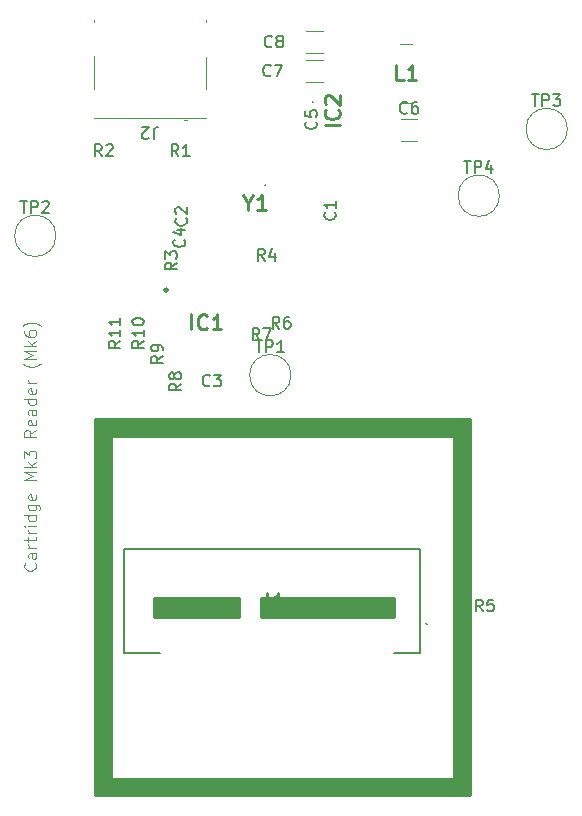
<source format=gbr>
%TF.GenerationSoftware,KiCad,Pcbnew,8.0.8*%
%TF.CreationDate,2025-07-23T18:15:36+02:00*%
%TF.ProjectId,CartridgeMk3ReaderMk6,43617274-7269-4646-9765-4d6b33526561,rev?*%
%TF.SameCoordinates,PX30a32c0PY5466720*%
%TF.FileFunction,Legend,Top*%
%TF.FilePolarity,Positive*%
%FSLAX46Y46*%
G04 Gerber Fmt 4.6, Leading zero omitted, Abs format (unit mm)*
G04 Created by KiCad (PCBNEW 8.0.8) date 2025-07-23 18:15:36*
%MOMM*%
%LPD*%
G01*
G04 APERTURE LIST*
%ADD10C,0.249999*%
%ADD11C,0.024999*%
%ADD12C,0.000000*%
%ADD13C,0.100000*%
%ADD14C,0.150000*%
%ADD15C,0.254000*%
%ADD16C,0.120000*%
%ADD17C,0.250000*%
%ADD18C,0.200000*%
G04 APERTURE END LIST*
D10*
X20800221Y18599998D02*
X13600201Y18599998D01*
D11*
X33900220Y18599998D02*
X22700221Y18599998D01*
X22700221Y20199999D01*
X33900220Y20199999D01*
X33900220Y18599998D01*
G36*
X33900220Y18599998D02*
G01*
X22700221Y18599998D01*
X22700221Y20199999D01*
X33900220Y20199999D01*
X33900220Y18599998D01*
G37*
D10*
X33900220Y20199999D02*
X33900220Y18599998D01*
X20800221Y20199999D02*
X13600201Y20199999D01*
X22700221Y18599998D02*
X22700221Y20199999D01*
X10000001Y33899998D02*
X10000001Y4900001D01*
X8600001Y3500000D02*
X8600001Y35299998D01*
X40399998Y35299998D02*
X40399998Y3500000D01*
X10000001Y4900001D02*
X38999997Y4900001D01*
X38999997Y4900001D02*
X38999997Y33899998D01*
D11*
X20800221Y18599998D02*
X13600201Y18599998D01*
X13600201Y20199999D01*
X20800221Y20199999D01*
X20800221Y18599998D01*
G36*
X20800221Y18599998D02*
G01*
X13600201Y18599998D01*
X13600201Y20199999D01*
X20800221Y20199999D01*
X20800221Y18599998D01*
G37*
D12*
G36*
X33900220Y18599998D02*
G01*
X22700221Y18599998D01*
X22700221Y20199999D01*
X33900220Y20199999D01*
X33900220Y18599998D01*
G37*
D10*
X40399998Y3500000D02*
X8600001Y3500000D01*
X13600201Y18599998D02*
X13600201Y20199999D01*
X38999997Y33899998D02*
X10000001Y33899998D01*
X33900220Y20199999D02*
X22700221Y20199999D01*
D12*
G36*
X20800221Y18599998D02*
G01*
X13600201Y18599998D01*
X13600201Y20199999D01*
X20800221Y20199999D01*
X20800221Y18599998D01*
G37*
D10*
X20800221Y20199999D02*
X20800221Y18599998D01*
X8600001Y35299998D02*
X40399998Y35299998D01*
X33900220Y18599998D02*
X22700221Y18599998D01*
D11*
X40399998Y3500000D02*
X8600001Y3500000D01*
X8600001Y4900001D01*
X8600001Y33899998D01*
X10000001Y33899998D01*
X10000001Y4900001D01*
X38999997Y4900001D01*
X38999997Y33899998D01*
X10000001Y33899998D01*
X8600001Y33899998D01*
X8600001Y35299998D01*
X40399998Y35299998D01*
X40399998Y3500000D01*
G36*
X40399998Y3500000D02*
G01*
X8600001Y3500000D01*
X8600001Y4900001D01*
X8600001Y33899998D01*
X10000001Y33899998D01*
X10000001Y4900001D01*
X38999997Y4900001D01*
X38999997Y33899998D01*
X10000001Y33899998D01*
X8600001Y33899998D01*
X8600001Y35299998D01*
X40399998Y35299998D01*
X40399998Y3500000D01*
G37*
D13*
X3527180Y23125313D02*
X3574800Y23077694D01*
X3574800Y23077694D02*
X3622419Y22934837D01*
X3622419Y22934837D02*
X3622419Y22839599D01*
X3622419Y22839599D02*
X3574800Y22696742D01*
X3574800Y22696742D02*
X3479561Y22601504D01*
X3479561Y22601504D02*
X3384323Y22553885D01*
X3384323Y22553885D02*
X3193847Y22506266D01*
X3193847Y22506266D02*
X3050990Y22506266D01*
X3050990Y22506266D02*
X2860514Y22553885D01*
X2860514Y22553885D02*
X2765276Y22601504D01*
X2765276Y22601504D02*
X2670038Y22696742D01*
X2670038Y22696742D02*
X2622419Y22839599D01*
X2622419Y22839599D02*
X2622419Y22934837D01*
X2622419Y22934837D02*
X2670038Y23077694D01*
X2670038Y23077694D02*
X2717657Y23125313D01*
X3622419Y23982456D02*
X3098609Y23982456D01*
X3098609Y23982456D02*
X3003371Y23934837D01*
X3003371Y23934837D02*
X2955752Y23839599D01*
X2955752Y23839599D02*
X2955752Y23649123D01*
X2955752Y23649123D02*
X3003371Y23553885D01*
X3574800Y23982456D02*
X3622419Y23887218D01*
X3622419Y23887218D02*
X3622419Y23649123D01*
X3622419Y23649123D02*
X3574800Y23553885D01*
X3574800Y23553885D02*
X3479561Y23506266D01*
X3479561Y23506266D02*
X3384323Y23506266D01*
X3384323Y23506266D02*
X3289085Y23553885D01*
X3289085Y23553885D02*
X3241466Y23649123D01*
X3241466Y23649123D02*
X3241466Y23887218D01*
X3241466Y23887218D02*
X3193847Y23982456D01*
X3622419Y24458647D02*
X2955752Y24458647D01*
X3146228Y24458647D02*
X3050990Y24506266D01*
X3050990Y24506266D02*
X3003371Y24553885D01*
X3003371Y24553885D02*
X2955752Y24649123D01*
X2955752Y24649123D02*
X2955752Y24744361D01*
X2955752Y24934838D02*
X2955752Y25315790D01*
X2622419Y25077695D02*
X3479561Y25077695D01*
X3479561Y25077695D02*
X3574800Y25125314D01*
X3574800Y25125314D02*
X3622419Y25220552D01*
X3622419Y25220552D02*
X3622419Y25315790D01*
X3622419Y25649124D02*
X2955752Y25649124D01*
X3146228Y25649124D02*
X3050990Y25696743D01*
X3050990Y25696743D02*
X3003371Y25744362D01*
X3003371Y25744362D02*
X2955752Y25839600D01*
X2955752Y25839600D02*
X2955752Y25934838D01*
X3622419Y26268172D02*
X2955752Y26268172D01*
X2622419Y26268172D02*
X2670038Y26220553D01*
X2670038Y26220553D02*
X2717657Y26268172D01*
X2717657Y26268172D02*
X2670038Y26315791D01*
X2670038Y26315791D02*
X2622419Y26268172D01*
X2622419Y26268172D02*
X2717657Y26268172D01*
X3622419Y27172933D02*
X2622419Y27172933D01*
X3574800Y27172933D02*
X3622419Y27077695D01*
X3622419Y27077695D02*
X3622419Y26887219D01*
X3622419Y26887219D02*
X3574800Y26791981D01*
X3574800Y26791981D02*
X3527180Y26744362D01*
X3527180Y26744362D02*
X3431942Y26696743D01*
X3431942Y26696743D02*
X3146228Y26696743D01*
X3146228Y26696743D02*
X3050990Y26744362D01*
X3050990Y26744362D02*
X3003371Y26791981D01*
X3003371Y26791981D02*
X2955752Y26887219D01*
X2955752Y26887219D02*
X2955752Y27077695D01*
X2955752Y27077695D02*
X3003371Y27172933D01*
X2955752Y28077695D02*
X3765276Y28077695D01*
X3765276Y28077695D02*
X3860514Y28030076D01*
X3860514Y28030076D02*
X3908133Y27982457D01*
X3908133Y27982457D02*
X3955752Y27887219D01*
X3955752Y27887219D02*
X3955752Y27744362D01*
X3955752Y27744362D02*
X3908133Y27649124D01*
X3574800Y28077695D02*
X3622419Y27982457D01*
X3622419Y27982457D02*
X3622419Y27791981D01*
X3622419Y27791981D02*
X3574800Y27696743D01*
X3574800Y27696743D02*
X3527180Y27649124D01*
X3527180Y27649124D02*
X3431942Y27601505D01*
X3431942Y27601505D02*
X3146228Y27601505D01*
X3146228Y27601505D02*
X3050990Y27649124D01*
X3050990Y27649124D02*
X3003371Y27696743D01*
X3003371Y27696743D02*
X2955752Y27791981D01*
X2955752Y27791981D02*
X2955752Y27982457D01*
X2955752Y27982457D02*
X3003371Y28077695D01*
X3574800Y28934838D02*
X3622419Y28839600D01*
X3622419Y28839600D02*
X3622419Y28649124D01*
X3622419Y28649124D02*
X3574800Y28553886D01*
X3574800Y28553886D02*
X3479561Y28506267D01*
X3479561Y28506267D02*
X3098609Y28506267D01*
X3098609Y28506267D02*
X3003371Y28553886D01*
X3003371Y28553886D02*
X2955752Y28649124D01*
X2955752Y28649124D02*
X2955752Y28839600D01*
X2955752Y28839600D02*
X3003371Y28934838D01*
X3003371Y28934838D02*
X3098609Y28982457D01*
X3098609Y28982457D02*
X3193847Y28982457D01*
X3193847Y28982457D02*
X3289085Y28506267D01*
X3622419Y30172934D02*
X2622419Y30172934D01*
X2622419Y30172934D02*
X3336704Y30506267D01*
X3336704Y30506267D02*
X2622419Y30839600D01*
X2622419Y30839600D02*
X3622419Y30839600D01*
X3622419Y31315791D02*
X2622419Y31315791D01*
X3241466Y31411029D02*
X3622419Y31696743D01*
X2955752Y31696743D02*
X3336704Y31315791D01*
X2622419Y32030077D02*
X2622419Y32649124D01*
X2622419Y32649124D02*
X3003371Y32315791D01*
X3003371Y32315791D02*
X3003371Y32458648D01*
X3003371Y32458648D02*
X3050990Y32553886D01*
X3050990Y32553886D02*
X3098609Y32601505D01*
X3098609Y32601505D02*
X3193847Y32649124D01*
X3193847Y32649124D02*
X3431942Y32649124D01*
X3431942Y32649124D02*
X3527180Y32601505D01*
X3527180Y32601505D02*
X3574800Y32553886D01*
X3574800Y32553886D02*
X3622419Y32458648D01*
X3622419Y32458648D02*
X3622419Y32172934D01*
X3622419Y32172934D02*
X3574800Y32077696D01*
X3574800Y32077696D02*
X3527180Y32030077D01*
X3622419Y34411029D02*
X3146228Y34077696D01*
X3622419Y33839601D02*
X2622419Y33839601D01*
X2622419Y33839601D02*
X2622419Y34220553D01*
X2622419Y34220553D02*
X2670038Y34315791D01*
X2670038Y34315791D02*
X2717657Y34363410D01*
X2717657Y34363410D02*
X2812895Y34411029D01*
X2812895Y34411029D02*
X2955752Y34411029D01*
X2955752Y34411029D02*
X3050990Y34363410D01*
X3050990Y34363410D02*
X3098609Y34315791D01*
X3098609Y34315791D02*
X3146228Y34220553D01*
X3146228Y34220553D02*
X3146228Y33839601D01*
X3574800Y35220553D02*
X3622419Y35125315D01*
X3622419Y35125315D02*
X3622419Y34934839D01*
X3622419Y34934839D02*
X3574800Y34839601D01*
X3574800Y34839601D02*
X3479561Y34791982D01*
X3479561Y34791982D02*
X3098609Y34791982D01*
X3098609Y34791982D02*
X3003371Y34839601D01*
X3003371Y34839601D02*
X2955752Y34934839D01*
X2955752Y34934839D02*
X2955752Y35125315D01*
X2955752Y35125315D02*
X3003371Y35220553D01*
X3003371Y35220553D02*
X3098609Y35268172D01*
X3098609Y35268172D02*
X3193847Y35268172D01*
X3193847Y35268172D02*
X3289085Y34791982D01*
X3622419Y36125315D02*
X3098609Y36125315D01*
X3098609Y36125315D02*
X3003371Y36077696D01*
X3003371Y36077696D02*
X2955752Y35982458D01*
X2955752Y35982458D02*
X2955752Y35791982D01*
X2955752Y35791982D02*
X3003371Y35696744D01*
X3574800Y36125315D02*
X3622419Y36030077D01*
X3622419Y36030077D02*
X3622419Y35791982D01*
X3622419Y35791982D02*
X3574800Y35696744D01*
X3574800Y35696744D02*
X3479561Y35649125D01*
X3479561Y35649125D02*
X3384323Y35649125D01*
X3384323Y35649125D02*
X3289085Y35696744D01*
X3289085Y35696744D02*
X3241466Y35791982D01*
X3241466Y35791982D02*
X3241466Y36030077D01*
X3241466Y36030077D02*
X3193847Y36125315D01*
X3622419Y37030077D02*
X2622419Y37030077D01*
X3574800Y37030077D02*
X3622419Y36934839D01*
X3622419Y36934839D02*
X3622419Y36744363D01*
X3622419Y36744363D02*
X3574800Y36649125D01*
X3574800Y36649125D02*
X3527180Y36601506D01*
X3527180Y36601506D02*
X3431942Y36553887D01*
X3431942Y36553887D02*
X3146228Y36553887D01*
X3146228Y36553887D02*
X3050990Y36601506D01*
X3050990Y36601506D02*
X3003371Y36649125D01*
X3003371Y36649125D02*
X2955752Y36744363D01*
X2955752Y36744363D02*
X2955752Y36934839D01*
X2955752Y36934839D02*
X3003371Y37030077D01*
X3574800Y37887220D02*
X3622419Y37791982D01*
X3622419Y37791982D02*
X3622419Y37601506D01*
X3622419Y37601506D02*
X3574800Y37506268D01*
X3574800Y37506268D02*
X3479561Y37458649D01*
X3479561Y37458649D02*
X3098609Y37458649D01*
X3098609Y37458649D02*
X3003371Y37506268D01*
X3003371Y37506268D02*
X2955752Y37601506D01*
X2955752Y37601506D02*
X2955752Y37791982D01*
X2955752Y37791982D02*
X3003371Y37887220D01*
X3003371Y37887220D02*
X3098609Y37934839D01*
X3098609Y37934839D02*
X3193847Y37934839D01*
X3193847Y37934839D02*
X3289085Y37458649D01*
X3622419Y38363411D02*
X2955752Y38363411D01*
X3146228Y38363411D02*
X3050990Y38411030D01*
X3050990Y38411030D02*
X3003371Y38458649D01*
X3003371Y38458649D02*
X2955752Y38553887D01*
X2955752Y38553887D02*
X2955752Y38649125D01*
X4003371Y40030078D02*
X3955752Y39982459D01*
X3955752Y39982459D02*
X3812895Y39887221D01*
X3812895Y39887221D02*
X3717657Y39839602D01*
X3717657Y39839602D02*
X3574800Y39791983D01*
X3574800Y39791983D02*
X3336704Y39744364D01*
X3336704Y39744364D02*
X3146228Y39744364D01*
X3146228Y39744364D02*
X2908133Y39791983D01*
X2908133Y39791983D02*
X2765276Y39839602D01*
X2765276Y39839602D02*
X2670038Y39887221D01*
X2670038Y39887221D02*
X2527180Y39982459D01*
X2527180Y39982459D02*
X2479561Y40030078D01*
X3622419Y40411031D02*
X2622419Y40411031D01*
X2622419Y40411031D02*
X3336704Y40744364D01*
X3336704Y40744364D02*
X2622419Y41077697D01*
X2622419Y41077697D02*
X3622419Y41077697D01*
X3622419Y41553888D02*
X2622419Y41553888D01*
X3241466Y41649126D02*
X3622419Y41934840D01*
X2955752Y41934840D02*
X3336704Y41553888D01*
X2622419Y42791983D02*
X2622419Y42601507D01*
X2622419Y42601507D02*
X2670038Y42506269D01*
X2670038Y42506269D02*
X2717657Y42458650D01*
X2717657Y42458650D02*
X2860514Y42363412D01*
X2860514Y42363412D02*
X3050990Y42315793D01*
X3050990Y42315793D02*
X3431942Y42315793D01*
X3431942Y42315793D02*
X3527180Y42363412D01*
X3527180Y42363412D02*
X3574800Y42411031D01*
X3574800Y42411031D02*
X3622419Y42506269D01*
X3622419Y42506269D02*
X3622419Y42696745D01*
X3622419Y42696745D02*
X3574800Y42791983D01*
X3574800Y42791983D02*
X3527180Y42839602D01*
X3527180Y42839602D02*
X3431942Y42887221D01*
X3431942Y42887221D02*
X3193847Y42887221D01*
X3193847Y42887221D02*
X3098609Y42839602D01*
X3098609Y42839602D02*
X3050990Y42791983D01*
X3050990Y42791983D02*
X3003371Y42696745D01*
X3003371Y42696745D02*
X3003371Y42506269D01*
X3003371Y42506269D02*
X3050990Y42411031D01*
X3050990Y42411031D02*
X3098609Y42363412D01*
X3098609Y42363412D02*
X3193847Y42315793D01*
X4003371Y43220555D02*
X3955752Y43268174D01*
X3955752Y43268174D02*
X3812895Y43363412D01*
X3812895Y43363412D02*
X3717657Y43411031D01*
X3717657Y43411031D02*
X3574800Y43458650D01*
X3574800Y43458650D02*
X3336704Y43506269D01*
X3336704Y43506269D02*
X3146228Y43506269D01*
X3146228Y43506269D02*
X2908133Y43458650D01*
X2908133Y43458650D02*
X2765276Y43411031D01*
X2765276Y43411031D02*
X2670038Y43363412D01*
X2670038Y43363412D02*
X2527180Y43268174D01*
X2527180Y43268174D02*
X2479561Y43220555D01*
D14*
X15554819Y48578334D02*
X15078628Y48245001D01*
X15554819Y48006906D02*
X14554819Y48006906D01*
X14554819Y48006906D02*
X14554819Y48387858D01*
X14554819Y48387858D02*
X14602438Y48483096D01*
X14602438Y48483096D02*
X14650057Y48530715D01*
X14650057Y48530715D02*
X14745295Y48578334D01*
X14745295Y48578334D02*
X14888152Y48578334D01*
X14888152Y48578334D02*
X14983390Y48530715D01*
X14983390Y48530715D02*
X15031009Y48483096D01*
X15031009Y48483096D02*
X15078628Y48387858D01*
X15078628Y48387858D02*
X15078628Y48006906D01*
X14554819Y48911668D02*
X14554819Y49530715D01*
X14554819Y49530715D02*
X14935771Y49197382D01*
X14935771Y49197382D02*
X14935771Y49340239D01*
X14935771Y49340239D02*
X14983390Y49435477D01*
X14983390Y49435477D02*
X15031009Y49483096D01*
X15031009Y49483096D02*
X15126247Y49530715D01*
X15126247Y49530715D02*
X15364342Y49530715D01*
X15364342Y49530715D02*
X15459580Y49483096D01*
X15459580Y49483096D02*
X15507200Y49435477D01*
X15507200Y49435477D02*
X15554819Y49340239D01*
X15554819Y49340239D02*
X15554819Y49054525D01*
X15554819Y49054525D02*
X15507200Y48959287D01*
X15507200Y48959287D02*
X15459580Y48911668D01*
X22963333Y48745181D02*
X22630000Y49221372D01*
X22391905Y48745181D02*
X22391905Y49745181D01*
X22391905Y49745181D02*
X22772857Y49745181D01*
X22772857Y49745181D02*
X22868095Y49697562D01*
X22868095Y49697562D02*
X22915714Y49649943D01*
X22915714Y49649943D02*
X22963333Y49554705D01*
X22963333Y49554705D02*
X22963333Y49411848D01*
X22963333Y49411848D02*
X22915714Y49316610D01*
X22915714Y49316610D02*
X22868095Y49268991D01*
X22868095Y49268991D02*
X22772857Y49221372D01*
X22772857Y49221372D02*
X22391905Y49221372D01*
X23820476Y49411848D02*
X23820476Y48745181D01*
X23582381Y49792800D02*
X23344286Y49078515D01*
X23344286Y49078515D02*
X23963333Y49078515D01*
X45588095Y62843181D02*
X46159523Y62843181D01*
X45873809Y61843181D02*
X45873809Y62843181D01*
X46492857Y61843181D02*
X46492857Y62843181D01*
X46492857Y62843181D02*
X46873809Y62843181D01*
X46873809Y62843181D02*
X46969047Y62795562D01*
X46969047Y62795562D02*
X47016666Y62747943D01*
X47016666Y62747943D02*
X47064285Y62652705D01*
X47064285Y62652705D02*
X47064285Y62509848D01*
X47064285Y62509848D02*
X47016666Y62414610D01*
X47016666Y62414610D02*
X46969047Y62366991D01*
X46969047Y62366991D02*
X46873809Y62319372D01*
X46873809Y62319372D02*
X46492857Y62319372D01*
X47397619Y62843181D02*
X48016666Y62843181D01*
X48016666Y62843181D02*
X47683333Y62462229D01*
X47683333Y62462229D02*
X47826190Y62462229D01*
X47826190Y62462229D02*
X47921428Y62414610D01*
X47921428Y62414610D02*
X47969047Y62366991D01*
X47969047Y62366991D02*
X48016666Y62271753D01*
X48016666Y62271753D02*
X48016666Y62033658D01*
X48016666Y62033658D02*
X47969047Y61938420D01*
X47969047Y61938420D02*
X47921428Y61890800D01*
X47921428Y61890800D02*
X47826190Y61843181D01*
X47826190Y61843181D02*
X47540476Y61843181D01*
X47540476Y61843181D02*
X47445238Y61890800D01*
X47445238Y61890800D02*
X47397619Y61938420D01*
X16159580Y50528334D02*
X16207200Y50480715D01*
X16207200Y50480715D02*
X16254819Y50337858D01*
X16254819Y50337858D02*
X16254819Y50242620D01*
X16254819Y50242620D02*
X16207200Y50099763D01*
X16207200Y50099763D02*
X16111961Y50004525D01*
X16111961Y50004525D02*
X16016723Y49956906D01*
X16016723Y49956906D02*
X15826247Y49909287D01*
X15826247Y49909287D02*
X15683390Y49909287D01*
X15683390Y49909287D02*
X15492914Y49956906D01*
X15492914Y49956906D02*
X15397676Y50004525D01*
X15397676Y50004525D02*
X15302438Y50099763D01*
X15302438Y50099763D02*
X15254819Y50242620D01*
X15254819Y50242620D02*
X15254819Y50337858D01*
X15254819Y50337858D02*
X15302438Y50480715D01*
X15302438Y50480715D02*
X15350057Y50528334D01*
X15588152Y51385477D02*
X16254819Y51385477D01*
X15207200Y51147382D02*
X15921485Y50909287D01*
X15921485Y50909287D02*
X15921485Y51528334D01*
X35033333Y61290420D02*
X34985714Y61242800D01*
X34985714Y61242800D02*
X34842857Y61195181D01*
X34842857Y61195181D02*
X34747619Y61195181D01*
X34747619Y61195181D02*
X34604762Y61242800D01*
X34604762Y61242800D02*
X34509524Y61338039D01*
X34509524Y61338039D02*
X34461905Y61433277D01*
X34461905Y61433277D02*
X34414286Y61623753D01*
X34414286Y61623753D02*
X34414286Y61766610D01*
X34414286Y61766610D02*
X34461905Y61957086D01*
X34461905Y61957086D02*
X34509524Y62052324D01*
X34509524Y62052324D02*
X34604762Y62147562D01*
X34604762Y62147562D02*
X34747619Y62195181D01*
X34747619Y62195181D02*
X34842857Y62195181D01*
X34842857Y62195181D02*
X34985714Y62147562D01*
X34985714Y62147562D02*
X35033333Y62099943D01*
X35890476Y62195181D02*
X35700000Y62195181D01*
X35700000Y62195181D02*
X35604762Y62147562D01*
X35604762Y62147562D02*
X35557143Y62099943D01*
X35557143Y62099943D02*
X35461905Y61957086D01*
X35461905Y61957086D02*
X35414286Y61766610D01*
X35414286Y61766610D02*
X35414286Y61385658D01*
X35414286Y61385658D02*
X35461905Y61290420D01*
X35461905Y61290420D02*
X35509524Y61242800D01*
X35509524Y61242800D02*
X35604762Y61195181D01*
X35604762Y61195181D02*
X35795238Y61195181D01*
X35795238Y61195181D02*
X35890476Y61242800D01*
X35890476Y61242800D02*
X35938095Y61290420D01*
X35938095Y61290420D02*
X35985714Y61385658D01*
X35985714Y61385658D02*
X35985714Y61623753D01*
X35985714Y61623753D02*
X35938095Y61718991D01*
X35938095Y61718991D02*
X35890476Y61766610D01*
X35890476Y61766610D02*
X35795238Y61814229D01*
X35795238Y61814229D02*
X35604762Y61814229D01*
X35604762Y61814229D02*
X35509524Y61766610D01*
X35509524Y61766610D02*
X35461905Y61718991D01*
X35461905Y61718991D02*
X35414286Y61623753D01*
X15904819Y38333334D02*
X15428628Y38000001D01*
X15904819Y37761906D02*
X14904819Y37761906D01*
X14904819Y37761906D02*
X14904819Y38142858D01*
X14904819Y38142858D02*
X14952438Y38238096D01*
X14952438Y38238096D02*
X15000057Y38285715D01*
X15000057Y38285715D02*
X15095295Y38333334D01*
X15095295Y38333334D02*
X15238152Y38333334D01*
X15238152Y38333334D02*
X15333390Y38285715D01*
X15333390Y38285715D02*
X15381009Y38238096D01*
X15381009Y38238096D02*
X15428628Y38142858D01*
X15428628Y38142858D02*
X15428628Y37761906D01*
X15333390Y38904763D02*
X15285771Y38809525D01*
X15285771Y38809525D02*
X15238152Y38761906D01*
X15238152Y38761906D02*
X15142914Y38714287D01*
X15142914Y38714287D02*
X15095295Y38714287D01*
X15095295Y38714287D02*
X15000057Y38761906D01*
X15000057Y38761906D02*
X14952438Y38809525D01*
X14952438Y38809525D02*
X14904819Y38904763D01*
X14904819Y38904763D02*
X14904819Y39095239D01*
X14904819Y39095239D02*
X14952438Y39190477D01*
X14952438Y39190477D02*
X15000057Y39238096D01*
X15000057Y39238096D02*
X15095295Y39285715D01*
X15095295Y39285715D02*
X15142914Y39285715D01*
X15142914Y39285715D02*
X15238152Y39238096D01*
X15238152Y39238096D02*
X15285771Y39190477D01*
X15285771Y39190477D02*
X15333390Y39095239D01*
X15333390Y39095239D02*
X15333390Y38904763D01*
X15333390Y38904763D02*
X15381009Y38809525D01*
X15381009Y38809525D02*
X15428628Y38761906D01*
X15428628Y38761906D02*
X15523866Y38714287D01*
X15523866Y38714287D02*
X15714342Y38714287D01*
X15714342Y38714287D02*
X15809580Y38761906D01*
X15809580Y38761906D02*
X15857200Y38809525D01*
X15857200Y38809525D02*
X15904819Y38904763D01*
X15904819Y38904763D02*
X15904819Y39095239D01*
X15904819Y39095239D02*
X15857200Y39190477D01*
X15857200Y39190477D02*
X15809580Y39238096D01*
X15809580Y39238096D02*
X15714342Y39285715D01*
X15714342Y39285715D02*
X15523866Y39285715D01*
X15523866Y39285715D02*
X15428628Y39238096D01*
X15428628Y39238096D02*
X15381009Y39190477D01*
X15381009Y39190477D02*
X15333390Y39095239D01*
D15*
X16760237Y42925682D02*
X16760237Y44195682D01*
X18090714Y43046635D02*
X18030238Y42986158D01*
X18030238Y42986158D02*
X17848809Y42925682D01*
X17848809Y42925682D02*
X17727857Y42925682D01*
X17727857Y42925682D02*
X17546428Y42986158D01*
X17546428Y42986158D02*
X17425476Y43107111D01*
X17425476Y43107111D02*
X17364999Y43228063D01*
X17364999Y43228063D02*
X17304523Y43469968D01*
X17304523Y43469968D02*
X17304523Y43651397D01*
X17304523Y43651397D02*
X17364999Y43893301D01*
X17364999Y43893301D02*
X17425476Y44014254D01*
X17425476Y44014254D02*
X17546428Y44135206D01*
X17546428Y44135206D02*
X17727857Y44195682D01*
X17727857Y44195682D02*
X17848809Y44195682D01*
X17848809Y44195682D02*
X18030238Y44135206D01*
X18030238Y44135206D02*
X18090714Y44074730D01*
X19300238Y42925682D02*
X18574523Y42925682D01*
X18937380Y42925682D02*
X18937380Y44195682D01*
X18937380Y44195682D02*
X18816428Y44014254D01*
X18816428Y44014254D02*
X18695476Y43893301D01*
X18695476Y43893301D02*
X18574523Y43832825D01*
X34738333Y64025682D02*
X34133571Y64025682D01*
X34133571Y64025682D02*
X34133571Y65295682D01*
X35826905Y64025682D02*
X35101190Y64025682D01*
X35464047Y64025682D02*
X35464047Y65295682D01*
X35464047Y65295682D02*
X35343095Y65114254D01*
X35343095Y65114254D02*
X35222143Y64993301D01*
X35222143Y64993301D02*
X35101190Y64932825D01*
D14*
X15678333Y57595181D02*
X15345000Y58071372D01*
X15106905Y57595181D02*
X15106905Y58595181D01*
X15106905Y58595181D02*
X15487857Y58595181D01*
X15487857Y58595181D02*
X15583095Y58547562D01*
X15583095Y58547562D02*
X15630714Y58499943D01*
X15630714Y58499943D02*
X15678333Y58404705D01*
X15678333Y58404705D02*
X15678333Y58261848D01*
X15678333Y58261848D02*
X15630714Y58166610D01*
X15630714Y58166610D02*
X15583095Y58118991D01*
X15583095Y58118991D02*
X15487857Y58071372D01*
X15487857Y58071372D02*
X15106905Y58071372D01*
X16630714Y57595181D02*
X16059286Y57595181D01*
X16345000Y57595181D02*
X16345000Y58595181D01*
X16345000Y58595181D02*
X16249762Y58452324D01*
X16249762Y58452324D02*
X16154524Y58357086D01*
X16154524Y58357086D02*
X16059286Y58309467D01*
X41433333Y19045181D02*
X41100000Y19521372D01*
X40861905Y19045181D02*
X40861905Y20045181D01*
X40861905Y20045181D02*
X41242857Y20045181D01*
X41242857Y20045181D02*
X41338095Y19997562D01*
X41338095Y19997562D02*
X41385714Y19949943D01*
X41385714Y19949943D02*
X41433333Y19854705D01*
X41433333Y19854705D02*
X41433333Y19711848D01*
X41433333Y19711848D02*
X41385714Y19616610D01*
X41385714Y19616610D02*
X41338095Y19568991D01*
X41338095Y19568991D02*
X41242857Y19521372D01*
X41242857Y19521372D02*
X40861905Y19521372D01*
X42338095Y20045181D02*
X41861905Y20045181D01*
X41861905Y20045181D02*
X41814286Y19568991D01*
X41814286Y19568991D02*
X41861905Y19616610D01*
X41861905Y19616610D02*
X41957143Y19664229D01*
X41957143Y19664229D02*
X42195238Y19664229D01*
X42195238Y19664229D02*
X42290476Y19616610D01*
X42290476Y19616610D02*
X42338095Y19568991D01*
X42338095Y19568991D02*
X42385714Y19473753D01*
X42385714Y19473753D02*
X42385714Y19235658D01*
X42385714Y19235658D02*
X42338095Y19140420D01*
X42338095Y19140420D02*
X42290476Y19092800D01*
X42290476Y19092800D02*
X42195238Y19045181D01*
X42195238Y19045181D02*
X41957143Y19045181D01*
X41957143Y19045181D02*
X41861905Y19092800D01*
X41861905Y19092800D02*
X41814286Y19140420D01*
X27309580Y60528334D02*
X27357200Y60480715D01*
X27357200Y60480715D02*
X27404819Y60337858D01*
X27404819Y60337858D02*
X27404819Y60242620D01*
X27404819Y60242620D02*
X27357200Y60099763D01*
X27357200Y60099763D02*
X27261961Y60004525D01*
X27261961Y60004525D02*
X27166723Y59956906D01*
X27166723Y59956906D02*
X26976247Y59909287D01*
X26976247Y59909287D02*
X26833390Y59909287D01*
X26833390Y59909287D02*
X26642914Y59956906D01*
X26642914Y59956906D02*
X26547676Y60004525D01*
X26547676Y60004525D02*
X26452438Y60099763D01*
X26452438Y60099763D02*
X26404819Y60242620D01*
X26404819Y60242620D02*
X26404819Y60337858D01*
X26404819Y60337858D02*
X26452438Y60480715D01*
X26452438Y60480715D02*
X26500057Y60528334D01*
X26404819Y61433096D02*
X26404819Y60956906D01*
X26404819Y60956906D02*
X26881009Y60909287D01*
X26881009Y60909287D02*
X26833390Y60956906D01*
X26833390Y60956906D02*
X26785771Y61052144D01*
X26785771Y61052144D02*
X26785771Y61290239D01*
X26785771Y61290239D02*
X26833390Y61385477D01*
X26833390Y61385477D02*
X26881009Y61433096D01*
X26881009Y61433096D02*
X26976247Y61480715D01*
X26976247Y61480715D02*
X27214342Y61480715D01*
X27214342Y61480715D02*
X27309580Y61433096D01*
X27309580Y61433096D02*
X27357200Y61385477D01*
X27357200Y61385477D02*
X27404819Y61290239D01*
X27404819Y61290239D02*
X27404819Y61052144D01*
X27404819Y61052144D02*
X27357200Y60956906D01*
X27357200Y60956906D02*
X27309580Y60909287D01*
X18333333Y38190420D02*
X18285714Y38142800D01*
X18285714Y38142800D02*
X18142857Y38095181D01*
X18142857Y38095181D02*
X18047619Y38095181D01*
X18047619Y38095181D02*
X17904762Y38142800D01*
X17904762Y38142800D02*
X17809524Y38238039D01*
X17809524Y38238039D02*
X17761905Y38333277D01*
X17761905Y38333277D02*
X17714286Y38523753D01*
X17714286Y38523753D02*
X17714286Y38666610D01*
X17714286Y38666610D02*
X17761905Y38857086D01*
X17761905Y38857086D02*
X17809524Y38952324D01*
X17809524Y38952324D02*
X17904762Y39047562D01*
X17904762Y39047562D02*
X18047619Y39095181D01*
X18047619Y39095181D02*
X18142857Y39095181D01*
X18142857Y39095181D02*
X18285714Y39047562D01*
X18285714Y39047562D02*
X18333333Y38999943D01*
X18666667Y39095181D02*
X19285714Y39095181D01*
X19285714Y39095181D02*
X18952381Y38714229D01*
X18952381Y38714229D02*
X19095238Y38714229D01*
X19095238Y38714229D02*
X19190476Y38666610D01*
X19190476Y38666610D02*
X19238095Y38618991D01*
X19238095Y38618991D02*
X19285714Y38523753D01*
X19285714Y38523753D02*
X19285714Y38285658D01*
X19285714Y38285658D02*
X19238095Y38190420D01*
X19238095Y38190420D02*
X19190476Y38142800D01*
X19190476Y38142800D02*
X19095238Y38095181D01*
X19095238Y38095181D02*
X18809524Y38095181D01*
X18809524Y38095181D02*
X18714286Y38142800D01*
X18714286Y38142800D02*
X18666667Y38190420D01*
X10754819Y41957143D02*
X10278628Y41623810D01*
X10754819Y41385715D02*
X9754819Y41385715D01*
X9754819Y41385715D02*
X9754819Y41766667D01*
X9754819Y41766667D02*
X9802438Y41861905D01*
X9802438Y41861905D02*
X9850057Y41909524D01*
X9850057Y41909524D02*
X9945295Y41957143D01*
X9945295Y41957143D02*
X10088152Y41957143D01*
X10088152Y41957143D02*
X10183390Y41909524D01*
X10183390Y41909524D02*
X10231009Y41861905D01*
X10231009Y41861905D02*
X10278628Y41766667D01*
X10278628Y41766667D02*
X10278628Y41385715D01*
X10754819Y42909524D02*
X10754819Y42338096D01*
X10754819Y42623810D02*
X9754819Y42623810D01*
X9754819Y42623810D02*
X9897676Y42528572D01*
X9897676Y42528572D02*
X9992914Y42433334D01*
X9992914Y42433334D02*
X10040533Y42338096D01*
X10754819Y43861905D02*
X10754819Y43290477D01*
X10754819Y43576191D02*
X9754819Y43576191D01*
X9754819Y43576191D02*
X9897676Y43480953D01*
X9897676Y43480953D02*
X9992914Y43385715D01*
X9992914Y43385715D02*
X10040533Y43290477D01*
D15*
X23201667Y20570682D02*
X23201667Y19663539D01*
X23201667Y19663539D02*
X23141190Y19482111D01*
X23141190Y19482111D02*
X23020238Y19361158D01*
X23020238Y19361158D02*
X22838809Y19300682D01*
X22838809Y19300682D02*
X22717857Y19300682D01*
X24471667Y19300682D02*
X23745952Y19300682D01*
X24108809Y19300682D02*
X24108809Y20570682D01*
X24108809Y20570682D02*
X23987857Y20389254D01*
X23987857Y20389254D02*
X23866905Y20268301D01*
X23866905Y20268301D02*
X23745952Y20207825D01*
X21570238Y53643444D02*
X21570238Y53038682D01*
X21146905Y54308682D02*
X21570238Y53643444D01*
X21570238Y53643444D02*
X21993572Y54308682D01*
X23082143Y53038682D02*
X22356428Y53038682D01*
X22719285Y53038682D02*
X22719285Y54308682D01*
X22719285Y54308682D02*
X22598333Y54127254D01*
X22598333Y54127254D02*
X22477381Y54006301D01*
X22477381Y54006301D02*
X22356428Y53945825D01*
D14*
X16309580Y52333334D02*
X16357200Y52285715D01*
X16357200Y52285715D02*
X16404819Y52142858D01*
X16404819Y52142858D02*
X16404819Y52047620D01*
X16404819Y52047620D02*
X16357200Y51904763D01*
X16357200Y51904763D02*
X16261961Y51809525D01*
X16261961Y51809525D02*
X16166723Y51761906D01*
X16166723Y51761906D02*
X15976247Y51714287D01*
X15976247Y51714287D02*
X15833390Y51714287D01*
X15833390Y51714287D02*
X15642914Y51761906D01*
X15642914Y51761906D02*
X15547676Y51809525D01*
X15547676Y51809525D02*
X15452438Y51904763D01*
X15452438Y51904763D02*
X15404819Y52047620D01*
X15404819Y52047620D02*
X15404819Y52142858D01*
X15404819Y52142858D02*
X15452438Y52285715D01*
X15452438Y52285715D02*
X15500057Y52333334D01*
X15500057Y52714287D02*
X15452438Y52761906D01*
X15452438Y52761906D02*
X15404819Y52857144D01*
X15404819Y52857144D02*
X15404819Y53095239D01*
X15404819Y53095239D02*
X15452438Y53190477D01*
X15452438Y53190477D02*
X15500057Y53238096D01*
X15500057Y53238096D02*
X15595295Y53285715D01*
X15595295Y53285715D02*
X15690533Y53285715D01*
X15690533Y53285715D02*
X15833390Y53238096D01*
X15833390Y53238096D02*
X16404819Y52666668D01*
X16404819Y52666668D02*
X16404819Y53285715D01*
X39838095Y57193181D02*
X40409523Y57193181D01*
X40123809Y56193181D02*
X40123809Y57193181D01*
X40742857Y56193181D02*
X40742857Y57193181D01*
X40742857Y57193181D02*
X41123809Y57193181D01*
X41123809Y57193181D02*
X41219047Y57145562D01*
X41219047Y57145562D02*
X41266666Y57097943D01*
X41266666Y57097943D02*
X41314285Y57002705D01*
X41314285Y57002705D02*
X41314285Y56859848D01*
X41314285Y56859848D02*
X41266666Y56764610D01*
X41266666Y56764610D02*
X41219047Y56716991D01*
X41219047Y56716991D02*
X41123809Y56669372D01*
X41123809Y56669372D02*
X40742857Y56669372D01*
X42171428Y56859848D02*
X42171428Y56193181D01*
X41933333Y57240800D02*
X41695238Y56526515D01*
X41695238Y56526515D02*
X42314285Y56526515D01*
X13583333Y59054820D02*
X13583333Y59769105D01*
X13583333Y59769105D02*
X13630952Y59911962D01*
X13630952Y59911962D02*
X13726190Y60007200D01*
X13726190Y60007200D02*
X13869047Y60054820D01*
X13869047Y60054820D02*
X13964285Y60054820D01*
X13154761Y59150058D02*
X13107142Y59102439D01*
X13107142Y59102439D02*
X13011904Y59054820D01*
X13011904Y59054820D02*
X12773809Y59054820D01*
X12773809Y59054820D02*
X12678571Y59102439D01*
X12678571Y59102439D02*
X12630952Y59150058D01*
X12630952Y59150058D02*
X12583333Y59245296D01*
X12583333Y59245296D02*
X12583333Y59340534D01*
X12583333Y59340534D02*
X12630952Y59483391D01*
X12630952Y59483391D02*
X13202380Y60054820D01*
X13202380Y60054820D02*
X12583333Y60054820D01*
X23583333Y66890420D02*
X23535714Y66842800D01*
X23535714Y66842800D02*
X23392857Y66795181D01*
X23392857Y66795181D02*
X23297619Y66795181D01*
X23297619Y66795181D02*
X23154762Y66842800D01*
X23154762Y66842800D02*
X23059524Y66938039D01*
X23059524Y66938039D02*
X23011905Y67033277D01*
X23011905Y67033277D02*
X22964286Y67223753D01*
X22964286Y67223753D02*
X22964286Y67366610D01*
X22964286Y67366610D02*
X23011905Y67557086D01*
X23011905Y67557086D02*
X23059524Y67652324D01*
X23059524Y67652324D02*
X23154762Y67747562D01*
X23154762Y67747562D02*
X23297619Y67795181D01*
X23297619Y67795181D02*
X23392857Y67795181D01*
X23392857Y67795181D02*
X23535714Y67747562D01*
X23535714Y67747562D02*
X23583333Y67699943D01*
X24154762Y67366610D02*
X24059524Y67414229D01*
X24059524Y67414229D02*
X24011905Y67461848D01*
X24011905Y67461848D02*
X23964286Y67557086D01*
X23964286Y67557086D02*
X23964286Y67604705D01*
X23964286Y67604705D02*
X24011905Y67699943D01*
X24011905Y67699943D02*
X24059524Y67747562D01*
X24059524Y67747562D02*
X24154762Y67795181D01*
X24154762Y67795181D02*
X24345238Y67795181D01*
X24345238Y67795181D02*
X24440476Y67747562D01*
X24440476Y67747562D02*
X24488095Y67699943D01*
X24488095Y67699943D02*
X24535714Y67604705D01*
X24535714Y67604705D02*
X24535714Y67557086D01*
X24535714Y67557086D02*
X24488095Y67461848D01*
X24488095Y67461848D02*
X24440476Y67414229D01*
X24440476Y67414229D02*
X24345238Y67366610D01*
X24345238Y67366610D02*
X24154762Y67366610D01*
X24154762Y67366610D02*
X24059524Y67318991D01*
X24059524Y67318991D02*
X24011905Y67271372D01*
X24011905Y67271372D02*
X23964286Y67176134D01*
X23964286Y67176134D02*
X23964286Y66985658D01*
X23964286Y66985658D02*
X24011905Y66890420D01*
X24011905Y66890420D02*
X24059524Y66842800D01*
X24059524Y66842800D02*
X24154762Y66795181D01*
X24154762Y66795181D02*
X24345238Y66795181D01*
X24345238Y66795181D02*
X24440476Y66842800D01*
X24440476Y66842800D02*
X24488095Y66890420D01*
X24488095Y66890420D02*
X24535714Y66985658D01*
X24535714Y66985658D02*
X24535714Y67176134D01*
X24535714Y67176134D02*
X24488095Y67271372D01*
X24488095Y67271372D02*
X24440476Y67318991D01*
X24440476Y67318991D02*
X24345238Y67366610D01*
X28909580Y52833334D02*
X28957200Y52785715D01*
X28957200Y52785715D02*
X29004819Y52642858D01*
X29004819Y52642858D02*
X29004819Y52547620D01*
X29004819Y52547620D02*
X28957200Y52404763D01*
X28957200Y52404763D02*
X28861961Y52309525D01*
X28861961Y52309525D02*
X28766723Y52261906D01*
X28766723Y52261906D02*
X28576247Y52214287D01*
X28576247Y52214287D02*
X28433390Y52214287D01*
X28433390Y52214287D02*
X28242914Y52261906D01*
X28242914Y52261906D02*
X28147676Y52309525D01*
X28147676Y52309525D02*
X28052438Y52404763D01*
X28052438Y52404763D02*
X28004819Y52547620D01*
X28004819Y52547620D02*
X28004819Y52642858D01*
X28004819Y52642858D02*
X28052438Y52785715D01*
X28052438Y52785715D02*
X28100057Y52833334D01*
X29004819Y53785715D02*
X29004819Y53214287D01*
X29004819Y53500001D02*
X28004819Y53500001D01*
X28004819Y53500001D02*
X28147676Y53404763D01*
X28147676Y53404763D02*
X28242914Y53309525D01*
X28242914Y53309525D02*
X28290533Y53214287D01*
X2288095Y53793181D02*
X2859523Y53793181D01*
X2573809Y52793181D02*
X2573809Y53793181D01*
X3192857Y52793181D02*
X3192857Y53793181D01*
X3192857Y53793181D02*
X3573809Y53793181D01*
X3573809Y53793181D02*
X3669047Y53745562D01*
X3669047Y53745562D02*
X3716666Y53697943D01*
X3716666Y53697943D02*
X3764285Y53602705D01*
X3764285Y53602705D02*
X3764285Y53459848D01*
X3764285Y53459848D02*
X3716666Y53364610D01*
X3716666Y53364610D02*
X3669047Y53316991D01*
X3669047Y53316991D02*
X3573809Y53269372D01*
X3573809Y53269372D02*
X3192857Y53269372D01*
X4145238Y53697943D02*
X4192857Y53745562D01*
X4192857Y53745562D02*
X4288095Y53793181D01*
X4288095Y53793181D02*
X4526190Y53793181D01*
X4526190Y53793181D02*
X4621428Y53745562D01*
X4621428Y53745562D02*
X4669047Y53697943D01*
X4669047Y53697943D02*
X4716666Y53602705D01*
X4716666Y53602705D02*
X4716666Y53507467D01*
X4716666Y53507467D02*
X4669047Y53364610D01*
X4669047Y53364610D02*
X4097619Y52793181D01*
X4097619Y52793181D02*
X4716666Y52793181D01*
D15*
X29324318Y60198238D02*
X28054318Y60198238D01*
X29203365Y61528715D02*
X29263842Y61468239D01*
X29263842Y61468239D02*
X29324318Y61286810D01*
X29324318Y61286810D02*
X29324318Y61165858D01*
X29324318Y61165858D02*
X29263842Y60984429D01*
X29263842Y60984429D02*
X29142889Y60863477D01*
X29142889Y60863477D02*
X29021937Y60803000D01*
X29021937Y60803000D02*
X28780032Y60742524D01*
X28780032Y60742524D02*
X28598603Y60742524D01*
X28598603Y60742524D02*
X28356699Y60803000D01*
X28356699Y60803000D02*
X28235746Y60863477D01*
X28235746Y60863477D02*
X28114794Y60984429D01*
X28114794Y60984429D02*
X28054318Y61165858D01*
X28054318Y61165858D02*
X28054318Y61286810D01*
X28054318Y61286810D02*
X28114794Y61468239D01*
X28114794Y61468239D02*
X28175270Y61528715D01*
X28175270Y62012524D02*
X28114794Y62073000D01*
X28114794Y62073000D02*
X28054318Y62193953D01*
X28054318Y62193953D02*
X28054318Y62496334D01*
X28054318Y62496334D02*
X28114794Y62617286D01*
X28114794Y62617286D02*
X28175270Y62677762D01*
X28175270Y62677762D02*
X28296222Y62738239D01*
X28296222Y62738239D02*
X28417175Y62738239D01*
X28417175Y62738239D02*
X28598603Y62677762D01*
X28598603Y62677762D02*
X29324318Y61952048D01*
X29324318Y61952048D02*
X29324318Y62738239D01*
D14*
X22188095Y41993181D02*
X22759523Y41993181D01*
X22473809Y40993181D02*
X22473809Y41993181D01*
X23092857Y40993181D02*
X23092857Y41993181D01*
X23092857Y41993181D02*
X23473809Y41993181D01*
X23473809Y41993181D02*
X23569047Y41945562D01*
X23569047Y41945562D02*
X23616666Y41897943D01*
X23616666Y41897943D02*
X23664285Y41802705D01*
X23664285Y41802705D02*
X23664285Y41659848D01*
X23664285Y41659848D02*
X23616666Y41564610D01*
X23616666Y41564610D02*
X23569047Y41516991D01*
X23569047Y41516991D02*
X23473809Y41469372D01*
X23473809Y41469372D02*
X23092857Y41469372D01*
X24616666Y40993181D02*
X24045238Y40993181D01*
X24330952Y40993181D02*
X24330952Y41993181D01*
X24330952Y41993181D02*
X24235714Y41850324D01*
X24235714Y41850324D02*
X24140476Y41755086D01*
X24140476Y41755086D02*
X24045238Y41707467D01*
X24213333Y42995181D02*
X23880000Y43471372D01*
X23641905Y42995181D02*
X23641905Y43995181D01*
X23641905Y43995181D02*
X24022857Y43995181D01*
X24022857Y43995181D02*
X24118095Y43947562D01*
X24118095Y43947562D02*
X24165714Y43899943D01*
X24165714Y43899943D02*
X24213333Y43804705D01*
X24213333Y43804705D02*
X24213333Y43661848D01*
X24213333Y43661848D02*
X24165714Y43566610D01*
X24165714Y43566610D02*
X24118095Y43518991D01*
X24118095Y43518991D02*
X24022857Y43471372D01*
X24022857Y43471372D02*
X23641905Y43471372D01*
X25070476Y43995181D02*
X24880000Y43995181D01*
X24880000Y43995181D02*
X24784762Y43947562D01*
X24784762Y43947562D02*
X24737143Y43899943D01*
X24737143Y43899943D02*
X24641905Y43757086D01*
X24641905Y43757086D02*
X24594286Y43566610D01*
X24594286Y43566610D02*
X24594286Y43185658D01*
X24594286Y43185658D02*
X24641905Y43090420D01*
X24641905Y43090420D02*
X24689524Y43042800D01*
X24689524Y43042800D02*
X24784762Y42995181D01*
X24784762Y42995181D02*
X24975238Y42995181D01*
X24975238Y42995181D02*
X25070476Y43042800D01*
X25070476Y43042800D02*
X25118095Y43090420D01*
X25118095Y43090420D02*
X25165714Y43185658D01*
X25165714Y43185658D02*
X25165714Y43423753D01*
X25165714Y43423753D02*
X25118095Y43518991D01*
X25118095Y43518991D02*
X25070476Y43566610D01*
X25070476Y43566610D02*
X24975238Y43614229D01*
X24975238Y43614229D02*
X24784762Y43614229D01*
X24784762Y43614229D02*
X24689524Y43566610D01*
X24689524Y43566610D02*
X24641905Y43518991D01*
X24641905Y43518991D02*
X24594286Y43423753D01*
X23483333Y64440420D02*
X23435714Y64392800D01*
X23435714Y64392800D02*
X23292857Y64345181D01*
X23292857Y64345181D02*
X23197619Y64345181D01*
X23197619Y64345181D02*
X23054762Y64392800D01*
X23054762Y64392800D02*
X22959524Y64488039D01*
X22959524Y64488039D02*
X22911905Y64583277D01*
X22911905Y64583277D02*
X22864286Y64773753D01*
X22864286Y64773753D02*
X22864286Y64916610D01*
X22864286Y64916610D02*
X22911905Y65107086D01*
X22911905Y65107086D02*
X22959524Y65202324D01*
X22959524Y65202324D02*
X23054762Y65297562D01*
X23054762Y65297562D02*
X23197619Y65345181D01*
X23197619Y65345181D02*
X23292857Y65345181D01*
X23292857Y65345181D02*
X23435714Y65297562D01*
X23435714Y65297562D02*
X23483333Y65249943D01*
X23816667Y65345181D02*
X24483333Y65345181D01*
X24483333Y65345181D02*
X24054762Y64345181D01*
X14354819Y40678334D02*
X13878628Y40345001D01*
X14354819Y40106906D02*
X13354819Y40106906D01*
X13354819Y40106906D02*
X13354819Y40487858D01*
X13354819Y40487858D02*
X13402438Y40583096D01*
X13402438Y40583096D02*
X13450057Y40630715D01*
X13450057Y40630715D02*
X13545295Y40678334D01*
X13545295Y40678334D02*
X13688152Y40678334D01*
X13688152Y40678334D02*
X13783390Y40630715D01*
X13783390Y40630715D02*
X13831009Y40583096D01*
X13831009Y40583096D02*
X13878628Y40487858D01*
X13878628Y40487858D02*
X13878628Y40106906D01*
X14354819Y41154525D02*
X14354819Y41345001D01*
X14354819Y41345001D02*
X14307200Y41440239D01*
X14307200Y41440239D02*
X14259580Y41487858D01*
X14259580Y41487858D02*
X14116723Y41583096D01*
X14116723Y41583096D02*
X13926247Y41630715D01*
X13926247Y41630715D02*
X13545295Y41630715D01*
X13545295Y41630715D02*
X13450057Y41583096D01*
X13450057Y41583096D02*
X13402438Y41535477D01*
X13402438Y41535477D02*
X13354819Y41440239D01*
X13354819Y41440239D02*
X13354819Y41249763D01*
X13354819Y41249763D02*
X13402438Y41154525D01*
X13402438Y41154525D02*
X13450057Y41106906D01*
X13450057Y41106906D02*
X13545295Y41059287D01*
X13545295Y41059287D02*
X13783390Y41059287D01*
X13783390Y41059287D02*
X13878628Y41106906D01*
X13878628Y41106906D02*
X13926247Y41154525D01*
X13926247Y41154525D02*
X13973866Y41249763D01*
X13973866Y41249763D02*
X13973866Y41440239D01*
X13973866Y41440239D02*
X13926247Y41535477D01*
X13926247Y41535477D02*
X13878628Y41583096D01*
X13878628Y41583096D02*
X13783390Y41630715D01*
X12754819Y41957143D02*
X12278628Y41623810D01*
X12754819Y41385715D02*
X11754819Y41385715D01*
X11754819Y41385715D02*
X11754819Y41766667D01*
X11754819Y41766667D02*
X11802438Y41861905D01*
X11802438Y41861905D02*
X11850057Y41909524D01*
X11850057Y41909524D02*
X11945295Y41957143D01*
X11945295Y41957143D02*
X12088152Y41957143D01*
X12088152Y41957143D02*
X12183390Y41909524D01*
X12183390Y41909524D02*
X12231009Y41861905D01*
X12231009Y41861905D02*
X12278628Y41766667D01*
X12278628Y41766667D02*
X12278628Y41385715D01*
X12754819Y42909524D02*
X12754819Y42338096D01*
X12754819Y42623810D02*
X11754819Y42623810D01*
X11754819Y42623810D02*
X11897676Y42528572D01*
X11897676Y42528572D02*
X11992914Y42433334D01*
X11992914Y42433334D02*
X12040533Y42338096D01*
X11754819Y43528572D02*
X11754819Y43623810D01*
X11754819Y43623810D02*
X11802438Y43719048D01*
X11802438Y43719048D02*
X11850057Y43766667D01*
X11850057Y43766667D02*
X11945295Y43814286D01*
X11945295Y43814286D02*
X12135771Y43861905D01*
X12135771Y43861905D02*
X12373866Y43861905D01*
X12373866Y43861905D02*
X12564342Y43814286D01*
X12564342Y43814286D02*
X12659580Y43766667D01*
X12659580Y43766667D02*
X12707200Y43719048D01*
X12707200Y43719048D02*
X12754819Y43623810D01*
X12754819Y43623810D02*
X12754819Y43528572D01*
X12754819Y43528572D02*
X12707200Y43433334D01*
X12707200Y43433334D02*
X12659580Y43385715D01*
X12659580Y43385715D02*
X12564342Y43338096D01*
X12564342Y43338096D02*
X12373866Y43290477D01*
X12373866Y43290477D02*
X12135771Y43290477D01*
X12135771Y43290477D02*
X11945295Y43338096D01*
X11945295Y43338096D02*
X11850057Y43385715D01*
X11850057Y43385715D02*
X11802438Y43433334D01*
X11802438Y43433334D02*
X11754819Y43528572D01*
X9178333Y57595181D02*
X8845000Y58071372D01*
X8606905Y57595181D02*
X8606905Y58595181D01*
X8606905Y58595181D02*
X8987857Y58595181D01*
X8987857Y58595181D02*
X9083095Y58547562D01*
X9083095Y58547562D02*
X9130714Y58499943D01*
X9130714Y58499943D02*
X9178333Y58404705D01*
X9178333Y58404705D02*
X9178333Y58261848D01*
X9178333Y58261848D02*
X9130714Y58166610D01*
X9130714Y58166610D02*
X9083095Y58118991D01*
X9083095Y58118991D02*
X8987857Y58071372D01*
X8987857Y58071372D02*
X8606905Y58071372D01*
X9559286Y58499943D02*
X9606905Y58547562D01*
X9606905Y58547562D02*
X9702143Y58595181D01*
X9702143Y58595181D02*
X9940238Y58595181D01*
X9940238Y58595181D02*
X10035476Y58547562D01*
X10035476Y58547562D02*
X10083095Y58499943D01*
X10083095Y58499943D02*
X10130714Y58404705D01*
X10130714Y58404705D02*
X10130714Y58309467D01*
X10130714Y58309467D02*
X10083095Y58166610D01*
X10083095Y58166610D02*
X9511667Y57595181D01*
X9511667Y57595181D02*
X10130714Y57595181D01*
X22533333Y42045181D02*
X22200000Y42521372D01*
X21961905Y42045181D02*
X21961905Y43045181D01*
X21961905Y43045181D02*
X22342857Y43045181D01*
X22342857Y43045181D02*
X22438095Y42997562D01*
X22438095Y42997562D02*
X22485714Y42949943D01*
X22485714Y42949943D02*
X22533333Y42854705D01*
X22533333Y42854705D02*
X22533333Y42711848D01*
X22533333Y42711848D02*
X22485714Y42616610D01*
X22485714Y42616610D02*
X22438095Y42568991D01*
X22438095Y42568991D02*
X22342857Y42521372D01*
X22342857Y42521372D02*
X21961905Y42521372D01*
X22866667Y43045181D02*
X23533333Y43045181D01*
X23533333Y43045181D02*
X23104762Y42045181D01*
D16*
%TO.C,TP3*%
X48600000Y59900000D02*
G75*
G02*
X45100000Y59900000I-1750000J0D01*
G01*
X45100000Y59900000D02*
G75*
G02*
X48600000Y59900000I1750000J0D01*
G01*
%TO.C,C6*%
X34488748Y60710000D02*
X35911252Y60710000D01*
X34488748Y58890000D02*
X35911252Y58890000D01*
D17*
%TO.C,IC1*%
X14750000Y46250000D02*
G75*
G02*
X14500000Y46250000I-125000J0D01*
G01*
X14500000Y46250000D02*
G75*
G02*
X14750000Y46250000I125000J0D01*
G01*
D13*
%TO.C,L1*%
X34450000Y67100000D02*
X34450000Y67100000D01*
X34450000Y67100000D02*
X35450000Y67100000D01*
X34450000Y62100000D02*
X34450000Y62100000D01*
X34450000Y62100000D02*
X35450000Y62100000D01*
X35450000Y67100000D02*
X34450000Y67100000D01*
X35450000Y67100000D02*
X35450000Y67100000D01*
X35450000Y62100000D02*
X34450000Y62100000D01*
X35450000Y62100000D02*
X35450000Y62100000D01*
D18*
%TO.C,J1*%
X11100000Y24350000D02*
X11100000Y15500000D01*
X11100000Y15500000D02*
X14150000Y15500000D01*
X33950000Y15500000D02*
X36100000Y15500000D01*
X36100000Y15500000D02*
X36150000Y24350000D01*
X36150000Y24350000D02*
X11100000Y24350000D01*
D13*
X36600000Y18000000D02*
X36600000Y18000000D01*
X36700000Y18000000D02*
X36700000Y18000000D01*
X36600000Y18000000D02*
G75*
G02*
X36700000Y18000000I50000J0D01*
G01*
X36700000Y18000000D02*
G75*
G02*
X36600000Y18000000I-50000J0D01*
G01*
%TO.C,Y1*%
X23000000Y55213000D02*
X23000000Y55213000D01*
X23000000Y55113000D02*
X23000000Y55113000D01*
X23000000Y55213000D02*
G75*
G02*
X23000000Y55113000I0J-50000D01*
G01*
X23000000Y55113000D02*
G75*
G02*
X23000000Y55213000I0J50000D01*
G01*
D16*
%TO.C,TP4*%
X42850000Y54250000D02*
G75*
G02*
X39350000Y54250000I-1750000J0D01*
G01*
X39350000Y54250000D02*
G75*
G02*
X42850000Y54250000I1750000J0D01*
G01*
%TO.C,J2*%
X8500000Y69140000D02*
X8500000Y68915000D01*
X8500000Y66040000D02*
X8500000Y63315000D01*
X16375000Y60640000D02*
X16150000Y60640000D01*
X18000000Y69150000D02*
X18000000Y68940000D01*
X18000000Y63290000D02*
X18000000Y65990000D01*
X18000000Y60790000D02*
X8500000Y60790000D01*
%TO.C,C8*%
X27936252Y68160000D02*
X26513748Y68160000D01*
X27936252Y66340000D02*
X26513748Y66340000D01*
%TO.C,TP2*%
X5300000Y50850000D02*
G75*
G02*
X1800000Y50850000I-1750000J0D01*
G01*
X1800000Y50850000D02*
G75*
G02*
X5300000Y50850000I1750000J0D01*
G01*
D13*
%TO.C,IC2*%
X26950000Y62188000D02*
X26950000Y62188000D01*
X27050000Y62188000D02*
X27050000Y62188000D01*
X26950000Y62188000D02*
G75*
G02*
X27050000Y62188000I50000J0D01*
G01*
X27050000Y62188000D02*
G75*
G02*
X26950000Y62188000I-50000J0D01*
G01*
D16*
%TO.C,TP1*%
X25200000Y39050000D02*
G75*
G02*
X21700000Y39050000I-1750000J0D01*
G01*
X21700000Y39050000D02*
G75*
G02*
X25200000Y39050000I1750000J0D01*
G01*
%TO.C,C7*%
X26488748Y65710000D02*
X27911252Y65710000D01*
X26488748Y63890000D02*
X27911252Y63890000D01*
%TD*%
M02*

</source>
